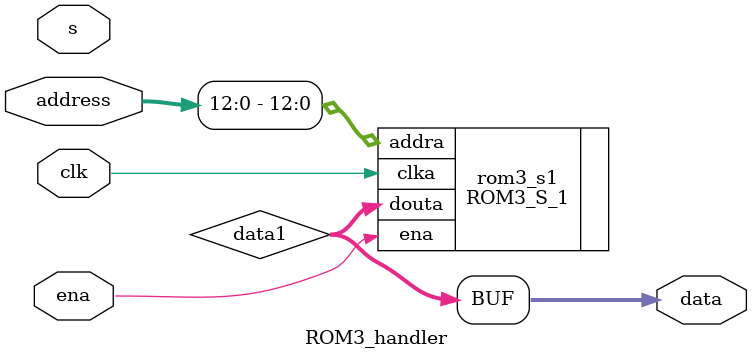
<source format=v>
`timescale 1ns / 1ps


module ROM3_handler(
clk,
   ena,
   s,
   address,
   
   data
);

input clk;
input ena;
input [3:0] s;
input [15:0] address;

output [255:0] data;


wire [255:0] data1;
//wire [255:0] data2;

ROM3_S_1 rom3_s1 (
  .clka(clk),    // input wire clka
  .ena(ena),      // input wire ena
  .addra(address[12:0]),  // input wire [12 : 0] addra
  .douta(data1)  // output wire [255 : 0] douta
);

//ROM3_S_2 rom3_s2 (
//  .clka(clk),    // input wire clka
//  .ena(ena),      // input wire ena
//  .addra(address[14:0]),  // input wire [14 : 0] addra
//  .douta(data2)  // output wire [255 : 0] douta
//);

//assign data = (s == 4'd1)? data1:
//              (s == 4'd2)? data2:
//              0;

assign data = data1;   
                      
endmodule

</source>
